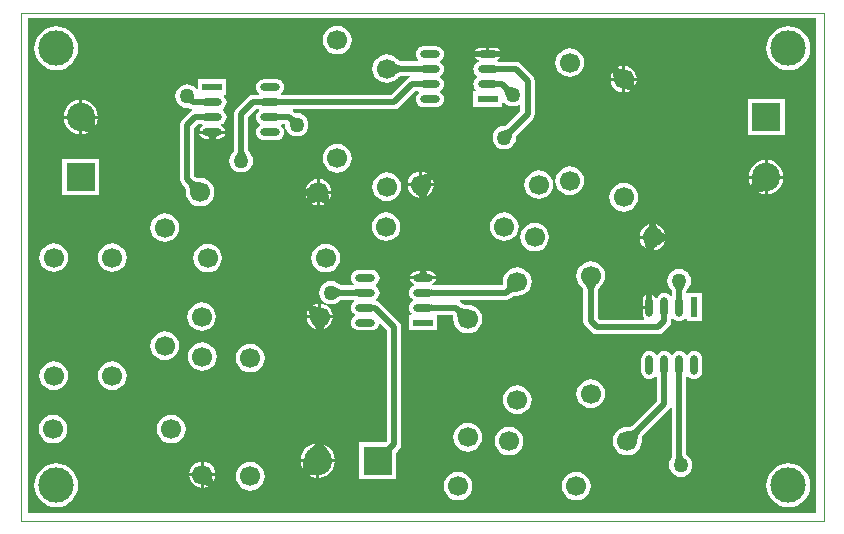
<source format=gtl>
G04 Layer_Physical_Order=1*
G04 Layer_Color=6759642*
%FSLAX44Y44*%
%MOMM*%
G71*
G01*
G75*
%ADD10R,0.6000X1.7000*%
%ADD11O,0.6000X1.7000*%
%ADD12R,1.7000X0.6000*%
%ADD13O,1.7000X0.6000*%
%ADD14C,0.5000*%
%ADD15C,0.1000*%
%ADD16C,1.7000*%
%ADD17R,2.4000X2.4000*%
%ADD18C,2.4000*%
%ADD19R,2.4000X2.4000*%
%ADD20C,3.0000*%
%ADD21C,1.2700*%
G36*
X643100Y-23650D02*
X-23650D01*
Y395450D01*
X643100D01*
Y-23650D01*
D02*
G37*
%LPC*%
G36*
X308041Y181388D02*
X305230D01*
X303068Y180959D01*
X301236Y179734D01*
X300012Y177902D01*
X299834Y177010D01*
X309460D01*
Y178705D01*
X305730D01*
X306205Y178755D01*
X306630Y178906D01*
X307005Y179157D01*
X307330Y179510D01*
X307605Y179962D01*
X307830Y180516D01*
X308005Y181170D01*
X308041Y181388D01*
D02*
G37*
G36*
X390370Y184503D02*
X387237Y184091D01*
X384318Y182882D01*
X381811Y180958D01*
X379888Y178452D01*
X378679Y175533D01*
X378266Y172400D01*
X378343Y171821D01*
X378327Y171741D01*
X378340Y171675D01*
X378330Y171609D01*
X378353Y170975D01*
X378331Y170519D01*
X378273Y170093D01*
X378180Y169689D01*
X378051Y169298D01*
X377990Y169158D01*
X320270D01*
X319177Y169200D01*
X319125Y169205D01*
X318431Y170525D01*
X318435Y170550D01*
X320224Y171746D01*
X321449Y173578D01*
X321626Y174470D01*
X310730D01*
X299834D01*
X300012Y173578D01*
X301236Y171746D01*
X303038Y170542D01*
X303078Y170349D01*
X303144Y169212D01*
X301952Y168718D01*
X300594Y167676D01*
X299552Y166318D01*
X298897Y164737D01*
X298674Y163040D01*
X298897Y161343D01*
X299552Y159762D01*
X300594Y158404D01*
X301952Y157362D01*
Y156018D01*
X300594Y154976D01*
X299552Y153618D01*
X298897Y152037D01*
X298674Y150340D01*
X298897Y148643D01*
X299552Y147062D01*
X300594Y145704D01*
X300978Y145410D01*
X300546Y144140D01*
X298730D01*
Y131140D01*
X322730D01*
Y144140D01*
X323966Y144222D01*
X335809D01*
X335959Y143845D01*
X336110Y143347D01*
X336233Y142793D01*
X336323Y142179D01*
X336377Y141505D01*
X336388Y140892D01*
X336357Y140650D01*
X336769Y137517D01*
X337978Y134598D01*
X339902Y132092D01*
X342408Y130168D01*
X345327Y128959D01*
X348460Y128546D01*
X351593Y128959D01*
X354512Y130168D01*
X357019Y132092D01*
X358942Y134598D01*
X360151Y137517D01*
X360564Y140650D01*
X360151Y143783D01*
X358942Y146702D01*
X357019Y149208D01*
X354512Y151132D01*
X351593Y152341D01*
X348460Y152753D01*
X348218Y152722D01*
X347606Y152733D01*
X346931Y152787D01*
X346318Y152877D01*
X345763Y153000D01*
X345265Y153151D01*
X344818Y153329D01*
X344415Y153531D01*
X344050Y153757D01*
X343864Y153897D01*
X343096Y154666D01*
X341619Y155653D01*
X342004Y156923D01*
X381010D01*
X383351Y157388D01*
X385336Y158714D01*
X385894Y159272D01*
X386111Y159444D01*
X386500Y159704D01*
X386884Y159914D01*
X387268Y160081D01*
X387659Y160210D01*
X388063Y160303D01*
X388489Y160361D01*
X388945Y160383D01*
X389579Y160359D01*
X389645Y160370D01*
X389711Y160357D01*
X389790Y160373D01*
X390370Y160296D01*
X393503Y160709D01*
X396422Y161918D01*
X398928Y163841D01*
X400852Y166348D01*
X402061Y169267D01*
X402473Y172400D01*
X402061Y175533D01*
X400852Y178452D01*
X398928Y180958D01*
X396422Y182882D01*
X393503Y184091D01*
X390370Y184503D01*
D02*
G37*
G36*
X267230Y182296D02*
X256230D01*
X254533Y182073D01*
X252952Y181418D01*
X251594Y180376D01*
X250552Y179018D01*
X249897Y177437D01*
X249674Y175740D01*
X249897Y174043D01*
X250552Y172462D01*
X251594Y171104D01*
X252389Y170495D01*
X251990Y169200D01*
X251243Y169158D01*
X241777D01*
X241776Y169158D01*
X241457Y169212D01*
X241176Y169281D01*
X240928Y169364D01*
X240707Y169459D01*
X240508Y169565D01*
X240323Y169686D01*
X240147Y169825D01*
X239978Y169983D01*
X239915Y170065D01*
X237857Y171644D01*
X235461Y172637D01*
X232890Y172975D01*
X230319Y172637D01*
X227922Y171644D01*
X225865Y170065D01*
X224286Y168008D01*
X223294Y165611D01*
X222955Y163040D01*
X223294Y160469D01*
X224286Y158073D01*
X225865Y156015D01*
X227922Y154436D01*
X230319Y153444D01*
X232890Y153105D01*
X235461Y153444D01*
X237857Y154436D01*
X239915Y156015D01*
X239978Y156097D01*
X240147Y156255D01*
X240323Y156394D01*
X240508Y156515D01*
X240707Y156621D01*
X240928Y156716D01*
X241176Y156799D01*
X241457Y156869D01*
X241776Y156922D01*
X241777Y156923D01*
X252045D01*
X252247Y156656D01*
X252461Y155641D01*
X251594Y154976D01*
X250552Y153618D01*
X249897Y152037D01*
X249674Y150340D01*
X249897Y148643D01*
X250552Y147062D01*
X251594Y145704D01*
X252952Y144662D01*
Y143318D01*
X251594Y142276D01*
X250552Y140918D01*
X249897Y139337D01*
X249674Y137640D01*
X249897Y135943D01*
X250552Y134362D01*
X251594Y133004D01*
X252952Y131962D01*
X254533Y131307D01*
X256230Y131084D01*
X267230D01*
X268927Y131307D01*
X270508Y131962D01*
X271866Y133004D01*
X272908Y134362D01*
X273563Y135943D01*
X273597Y136201D01*
X274799Y136609D01*
X280112Y131296D01*
Y37304D01*
X279481Y36673D01*
X279072Y36300D01*
X256760D01*
Y5300D01*
X287760D01*
Y27484D01*
X289112Y29000D01*
X290556Y30444D01*
X291882Y32429D01*
X292348Y34770D01*
Y133830D01*
X291882Y136171D01*
X290556Y138156D01*
X274046Y154666D01*
X272061Y155992D01*
X271147Y156174D01*
X271134Y156183D01*
X271102Y156189D01*
X271026Y156221D01*
X270872Y156560D01*
X270795Y156960D01*
X270831Y157610D01*
X271866Y158404D01*
X272908Y159762D01*
X273563Y161343D01*
X273786Y163040D01*
X273563Y164737D01*
X272908Y166318D01*
X271866Y167676D01*
X270508Y168718D01*
Y170062D01*
X271866Y171104D01*
X272908Y172462D01*
X273563Y174043D01*
X273786Y175740D01*
X273563Y177437D01*
X272908Y179018D01*
X271866Y180376D01*
X270508Y181418D01*
X268927Y182073D01*
X267230Y182296D01*
D02*
G37*
G36*
X316230Y181388D02*
X313419D01*
X313455Y181170D01*
X313630Y180516D01*
X313855Y179962D01*
X314130Y179510D01*
X314455Y179157D01*
X314830Y178906D01*
X315255Y178755D01*
X315730Y178705D01*
X312000D01*
Y177010D01*
X321626D01*
X321449Y177902D01*
X320224Y179734D01*
X318392Y180959D01*
X316230Y181388D01*
D02*
G37*
G36*
X-2060Y204823D02*
X-5193Y204411D01*
X-8112Y203202D01*
X-10618Y201278D01*
X-12542Y198772D01*
X-13751Y195853D01*
X-14164Y192720D01*
X-13751Y189587D01*
X-12542Y186668D01*
X-10618Y184161D01*
X-8112Y182238D01*
X-5193Y181029D01*
X-2060Y180616D01*
X1073Y181029D01*
X3992Y182238D01*
X6499Y184161D01*
X8422Y186668D01*
X9631Y189587D01*
X10043Y192720D01*
X9631Y195853D01*
X8422Y198772D01*
X6499Y201278D01*
X3992Y203202D01*
X1073Y204411D01*
X-2060Y204823D01*
D02*
G37*
G36*
X228280Y204354D02*
X225147Y203941D01*
X222228Y202732D01*
X219722Y200809D01*
X217798Y198302D01*
X216589Y195383D01*
X216176Y192250D01*
X216589Y189117D01*
X217798Y186198D01*
X219722Y183692D01*
X222228Y181768D01*
X225147Y180559D01*
X228280Y180147D01*
X231413Y180559D01*
X234332Y181768D01*
X236838Y183692D01*
X238762Y186198D01*
X239971Y189117D01*
X240383Y192250D01*
X239971Y195383D01*
X238762Y198302D01*
X236838Y200809D01*
X234332Y202732D01*
X231413Y203941D01*
X228280Y204354D01*
D02*
G37*
G36*
X128280D02*
X125147Y203941D01*
X122228Y202732D01*
X119721Y200809D01*
X117798Y198302D01*
X116589Y195383D01*
X116177Y192250D01*
X116589Y189117D01*
X117798Y186198D01*
X119721Y183692D01*
X122228Y181768D01*
X125147Y180559D01*
X128280Y180147D01*
X131413Y180559D01*
X134332Y181768D01*
X136839Y183692D01*
X138762Y186198D01*
X139971Y189117D01*
X140384Y192250D01*
X139971Y195383D01*
X138762Y198302D01*
X136839Y200809D01*
X134332Y202732D01*
X131413Y203941D01*
X128280Y204354D01*
D02*
G37*
G36*
X499616Y161193D02*
X498136Y160204D01*
X496912Y158372D01*
X496482Y156210D01*
Y151980D01*
X500860D01*
Y156985D01*
X499237D01*
X499312Y157214D01*
X499378Y157523D01*
X499437Y157910D01*
X499532Y158921D01*
X499614Y161029D01*
X499616Y161193D01*
D02*
G37*
G36*
X452600Y189583D02*
X449467Y189171D01*
X446548Y187962D01*
X444041Y186038D01*
X442118Y183532D01*
X440909Y180613D01*
X440496Y177480D01*
X440909Y174347D01*
X442118Y171428D01*
X444041Y168922D01*
X444235Y168773D01*
X444660Y168332D01*
X445099Y167817D01*
X445469Y167319D01*
X445774Y166840D01*
X446020Y166381D01*
X446210Y165939D01*
X446352Y165512D01*
X446450Y165094D01*
X446483Y164863D01*
Y138910D01*
X446948Y136569D01*
X448274Y134584D01*
X453354Y129504D01*
X455339Y128178D01*
X457680Y127712D01*
X509750D01*
X512091Y128178D01*
X514076Y129504D01*
X519156Y134584D01*
X520482Y136569D01*
X520947Y138910D01*
Y141025D01*
X522217Y141456D01*
X522894Y140574D01*
X524252Y139532D01*
X525833Y138877D01*
X527530Y138654D01*
X529227Y138877D01*
X530808Y139532D01*
X532166Y140574D01*
X532460Y140958D01*
X533730Y140527D01*
Y138710D01*
X546730D01*
Y162710D01*
X533730D01*
X533647Y163946D01*
Y164313D01*
X533648Y164314D01*
X533702Y164633D01*
X533771Y164914D01*
X533854Y165162D01*
X533949Y165383D01*
X534055Y165582D01*
X534176Y165767D01*
X534315Y165943D01*
X534473Y166112D01*
X534555Y166175D01*
X536134Y168232D01*
X537127Y170629D01*
X537465Y173200D01*
X537127Y175771D01*
X536134Y178167D01*
X534555Y180225D01*
X532497Y181804D01*
X530101Y182796D01*
X527530Y183135D01*
X524959Y182796D01*
X522562Y181804D01*
X520505Y180225D01*
X518926Y178167D01*
X517934Y175771D01*
X517595Y173200D01*
X517934Y170629D01*
X518926Y168232D01*
X520505Y166175D01*
X520587Y166112D01*
X520745Y165943D01*
X520884Y165767D01*
X521004Y165582D01*
X521111Y165383D01*
X521206Y165162D01*
X521289Y164914D01*
X521359Y164633D01*
X521412Y164314D01*
X521413Y164313D01*
Y160395D01*
X521146Y160194D01*
X520131Y159979D01*
X519466Y160846D01*
X518108Y161888D01*
X516527Y162543D01*
X514830Y162766D01*
X513133Y162543D01*
X511552Y161888D01*
X510194Y160846D01*
X509152Y159488D01*
X508658Y158296D01*
X507521Y158362D01*
X507328Y158402D01*
X506124Y160204D01*
X504675Y161173D01*
X504882Y157523D01*
X504948Y157214D01*
X505023Y156985D01*
X503400D01*
Y150710D01*
X502130D01*
Y149440D01*
X496482D01*
Y145210D01*
X496912Y143048D01*
X498136Y141216D01*
X497748Y139948D01*
X460214D01*
X458717Y141444D01*
Y164863D01*
X458750Y165094D01*
X458848Y165512D01*
X458990Y165939D01*
X459180Y166381D01*
X459426Y166840D01*
X459731Y167319D01*
X460101Y167817D01*
X460540Y168332D01*
X460965Y168773D01*
X461158Y168922D01*
X463082Y171428D01*
X464291Y174347D01*
X464703Y177480D01*
X464291Y180613D01*
X463082Y183532D01*
X461158Y186038D01*
X458652Y187962D01*
X455733Y189171D01*
X452600Y189583D01*
D02*
G37*
G36*
X234168Y141450D02*
X224470D01*
Y136650D01*
X229150D01*
X228494Y135970D01*
X227908Y135281D01*
X227390Y134586D01*
X226942Y133882D01*
X226562Y133170D01*
X226252Y132451D01*
X226091Y131968D01*
X228768Y133077D01*
X231074Y134846D01*
X232843Y137152D01*
X233956Y139838D01*
X234168Y141450D01*
D02*
G37*
G36*
X221930D02*
X212232D01*
X212444Y139838D01*
X213557Y137152D01*
X215326Y134846D01*
X217632Y133077D01*
X220308Y131968D01*
X220148Y132451D01*
X219837Y133170D01*
X219458Y133882D01*
X219009Y134586D01*
X218492Y135281D01*
X217906Y135970D01*
X217250Y136650D01*
X221930D01*
Y141450D01*
D02*
G37*
G36*
X213553Y148278D02*
X212444Y145602D01*
X212232Y143990D01*
X214664D01*
X214611Y144651D01*
X214485Y145509D01*
X214305Y146323D01*
X214070Y147095D01*
X213781Y147823D01*
X213553Y148278D01*
D02*
G37*
G36*
X221930Y153688D02*
X220318Y153476D01*
X217642Y152367D01*
X218097Y152139D01*
X218825Y151850D01*
X219597Y151615D01*
X220411Y151435D01*
X221269Y151309D01*
X221930Y151256D01*
Y153688D01*
D02*
G37*
G36*
X224470D02*
Y143990D01*
X234168D01*
X233956Y145602D01*
X232843Y148288D01*
X231074Y150594D01*
X228768Y152363D01*
X226082Y153476D01*
X224470Y153688D01*
D02*
G37*
G36*
X221930Y150035D02*
X215885Y143990D01*
X221930D01*
Y150035D01*
D02*
G37*
G36*
X220660Y239594D02*
X219999Y239541D01*
X219141Y239415D01*
X218327Y239235D01*
X217555Y239000D01*
X216827Y238711D01*
X216372Y238483D01*
X219048Y237374D01*
X220660Y237162D01*
Y239594D01*
D02*
G37*
G36*
X480540Y255954D02*
X477407Y255541D01*
X474488Y254332D01*
X471982Y252409D01*
X470058Y249902D01*
X468849Y246983D01*
X468437Y243850D01*
X468849Y240717D01*
X470058Y237798D01*
X471982Y235292D01*
X474488Y233368D01*
X477407Y232159D01*
X480540Y231747D01*
X483673Y232159D01*
X486592Y233368D01*
X489099Y235292D01*
X491022Y237798D01*
X492231Y240717D01*
X492644Y243850D01*
X492231Y246983D01*
X491022Y249902D01*
X489099Y252409D01*
X486592Y254332D01*
X483673Y255541D01*
X480540Y255954D01*
D02*
G37*
G36*
X508032Y220782D02*
X508192Y220299D01*
X508503Y219580D01*
X508882Y218868D01*
X509330Y218164D01*
X509848Y217468D01*
X510434Y216780D01*
X511090Y216100D01*
X506410D01*
Y211300D01*
X511210D01*
Y215980D01*
X511890Y215324D01*
X512579Y214738D01*
X513274Y214221D01*
X513978Y213772D01*
X514689Y213393D01*
X515409Y213082D01*
X515892Y212922D01*
X514783Y215598D01*
X513014Y217904D01*
X510708Y219673D01*
X508032Y220782D01*
D02*
G37*
G36*
X223200Y239594D02*
Y237162D01*
X224812Y237374D01*
X227488Y238483D01*
X227033Y238711D01*
X226305Y239000D01*
X225534Y239235D01*
X224719Y239415D01*
X223861Y239541D01*
X223200Y239594D01*
D02*
G37*
G36*
X229245Y246860D02*
X223200D01*
Y240815D01*
X229245Y246860D01*
D02*
G37*
G36*
X220660D02*
X215860D01*
Y245616D01*
X220660Y240815D01*
Y246860D01*
D02*
G37*
G36*
X279880Y264844D02*
X276747Y264431D01*
X273828Y263222D01*
X271322Y261299D01*
X269398Y258792D01*
X268189Y255873D01*
X267777Y252740D01*
X268189Y249607D01*
X269398Y246688D01*
X271322Y244181D01*
X273828Y242258D01*
X276747Y241049D01*
X279880Y240637D01*
X283013Y241049D01*
X285932Y242258D01*
X288438Y244181D01*
X290362Y246688D01*
X291571Y249607D01*
X291984Y252740D01*
X291571Y255873D01*
X290362Y258792D01*
X288438Y261299D01*
X285932Y263222D01*
X283013Y264431D01*
X279880Y264844D01*
D02*
G37*
G36*
X502248Y220782D02*
X499572Y219673D01*
X497266Y217904D01*
X495497Y215598D01*
X494384Y212912D01*
X494172Y211300D01*
X503870D01*
Y216100D01*
X499190D01*
X499846Y216780D01*
X500432Y217468D01*
X500950Y218164D01*
X501398Y218868D01*
X501777Y219580D01*
X502088Y220299D01*
X502248Y220782D01*
D02*
G37*
G36*
X511210Y208760D02*
X506410D01*
Y203058D01*
X508555Y202246D01*
X507809Y201878D01*
X507142Y201463D01*
X506553Y201001D01*
X506410Y200858D01*
Y199062D01*
X508022Y199274D01*
X510708Y200387D01*
X513014Y202156D01*
X514783Y204462D01*
X515892Y207139D01*
X515409Y206978D01*
X514689Y206667D01*
X513978Y206288D01*
X513274Y205840D01*
X512579Y205322D01*
X511890Y204736D01*
X511210Y204080D01*
Y208760D01*
D02*
G37*
G36*
X405140Y222134D02*
X402007Y221721D01*
X399088Y220512D01*
X396581Y218589D01*
X394658Y216082D01*
X393449Y213163D01*
X393036Y210030D01*
X393449Y206897D01*
X394658Y203978D01*
X396581Y201472D01*
X399088Y199548D01*
X402007Y198339D01*
X405140Y197927D01*
X408273Y198339D01*
X411192Y199548D01*
X413699Y201472D01*
X415622Y203978D01*
X416831Y206897D01*
X417243Y210030D01*
X416831Y213163D01*
X415622Y216082D01*
X413699Y218589D01*
X411192Y220512D01*
X408273Y221721D01*
X405140Y222134D01*
D02*
G37*
G36*
X47470Y204823D02*
X44337Y204411D01*
X41418Y203202D01*
X38911Y201278D01*
X36988Y198772D01*
X35779Y195853D01*
X35366Y192720D01*
X35779Y189587D01*
X36988Y186668D01*
X38911Y184161D01*
X41418Y182238D01*
X44337Y181029D01*
X47470Y180616D01*
X50603Y181029D01*
X53522Y182238D01*
X56028Y184161D01*
X57952Y186668D01*
X59161Y189587D01*
X59573Y192720D01*
X59161Y195853D01*
X57952Y198772D01*
X56028Y201278D01*
X53522Y203202D01*
X50603Y204411D01*
X47470Y204823D01*
D02*
G37*
G36*
X503870Y208760D02*
X494172D01*
X494384Y207148D01*
X495497Y204462D01*
X497266Y202156D01*
X499439Y200489D01*
X499432Y200539D01*
X499079Y202078D01*
X498837Y202894D01*
X498219Y204616D01*
X497426Y206460D01*
X503870Y204020D01*
Y208760D01*
D02*
G37*
G36*
X379410Y231024D02*
X376277Y230611D01*
X373358Y229402D01*
X370852Y227479D01*
X368928Y224972D01*
X367719Y222053D01*
X367307Y218920D01*
X367719Y215787D01*
X368928Y212868D01*
X370852Y210361D01*
X373358Y208438D01*
X376277Y207229D01*
X379410Y206817D01*
X382543Y207229D01*
X385462Y208438D01*
X387968Y210361D01*
X389892Y212868D01*
X391101Y215787D01*
X391513Y218920D01*
X391101Y222053D01*
X389892Y224972D01*
X387968Y227479D01*
X385462Y229402D01*
X382543Y230611D01*
X379410Y231024D01*
D02*
G37*
G36*
X279410D02*
X276277Y230611D01*
X273358Y229402D01*
X270851Y227479D01*
X268928Y224972D01*
X267719Y222053D01*
X267306Y218920D01*
X267719Y215787D01*
X268928Y212868D01*
X270851Y210361D01*
X273358Y208438D01*
X276277Y207229D01*
X279410Y206817D01*
X282543Y207229D01*
X285462Y208438D01*
X287969Y210361D01*
X289892Y212868D01*
X291101Y215787D01*
X291514Y218920D01*
X291101Y222053D01*
X289892Y224972D01*
X287969Y227479D01*
X285462Y229402D01*
X282543Y230611D01*
X279410Y231024D01*
D02*
G37*
G36*
X91920Y230224D02*
X88787Y229811D01*
X85868Y228602D01*
X83362Y226679D01*
X81438Y224172D01*
X80229Y221253D01*
X79816Y218120D01*
X80229Y214987D01*
X81438Y212068D01*
X83362Y209562D01*
X85868Y207638D01*
X88787Y206429D01*
X91920Y206017D01*
X95053Y206429D01*
X97972Y207638D01*
X100478Y209562D01*
X102402Y212068D01*
X103611Y214987D01*
X104024Y218120D01*
X103611Y221253D01*
X102402Y224172D01*
X100478Y226679D01*
X97972Y228602D01*
X95053Y229811D01*
X91920Y230224D01*
D02*
G37*
G36*
X235958Y19530D02*
X222730D01*
Y6302D01*
X225256Y6634D01*
X228793Y8099D01*
X231830Y10430D01*
X234161Y13467D01*
X235626Y17004D01*
X235958Y19530D01*
D02*
G37*
G36*
X220190Y8789D02*
X219738Y8784D01*
X216835Y8551D01*
X215534Y8335D01*
X214334Y8052D01*
X214281Y8036D01*
X217664Y6634D01*
X220190Y6302D01*
Y8789D01*
D02*
G37*
G36*
X134638Y7630D02*
X132206D01*
X132259Y6969D01*
X132385Y6111D01*
X132565Y5297D01*
X132800Y4525D01*
X133089Y3797D01*
X133317Y3342D01*
X134426Y6018D01*
X134638Y7630D01*
D02*
G37*
G36*
X220190Y19530D02*
X210611D01*
X220190Y9951D01*
Y19530D01*
D02*
G37*
G36*
X209424D02*
X206962D01*
X207294Y17004D01*
X208696Y13621D01*
X208712Y13674D01*
X208995Y14874D01*
X209211Y16175D01*
X209361Y17576D01*
X209424Y19530D01*
D02*
G37*
G36*
X124940Y19868D02*
Y10170D01*
X134638D01*
X134426Y11782D01*
X133313Y14468D01*
X131544Y16774D01*
X129238Y18543D01*
X126552Y19656D01*
X124940Y19868D01*
D02*
G37*
G36*
X122400D02*
X120788Y19656D01*
X118102Y18543D01*
X115796Y16774D01*
X114027Y14468D01*
X112914Y11782D01*
X112702Y10170D01*
X122400D01*
Y19868D01*
D02*
G37*
G36*
X130985Y7630D02*
X124940D01*
Y1585D01*
X130985Y7630D01*
D02*
G37*
G36*
X340370Y11314D02*
X337237Y10901D01*
X334318Y9692D01*
X331811Y7768D01*
X329888Y5262D01*
X328679Y2343D01*
X328266Y-790D01*
X328679Y-3923D01*
X329888Y-6842D01*
X331811Y-9348D01*
X334318Y-11272D01*
X337237Y-12481D01*
X340370Y-12894D01*
X343503Y-12481D01*
X346422Y-11272D01*
X348928Y-9348D01*
X350852Y-6842D01*
X352061Y-3923D01*
X352473Y-790D01*
X352061Y2343D01*
X350852Y5262D01*
X348928Y7768D01*
X346422Y9692D01*
X343503Y10901D01*
X340370Y11314D01*
D02*
G37*
G36*
X620000Y18590D02*
X616373Y18232D01*
X612886Y17175D01*
X609672Y15457D01*
X606855Y13145D01*
X604543Y10328D01*
X602826Y7114D01*
X601768Y3627D01*
X601410Y0D01*
X601768Y-3627D01*
X602826Y-7114D01*
X604543Y-10328D01*
X606855Y-13145D01*
X609672Y-15457D01*
X612886Y-17175D01*
X616373Y-18232D01*
X620000Y-18590D01*
X623627Y-18232D01*
X627114Y-17175D01*
X630328Y-15457D01*
X633145Y-13145D01*
X635457Y-10328D01*
X637174Y-7114D01*
X638232Y-3627D01*
X638590Y0D01*
X638232Y3627D01*
X637174Y7114D01*
X635457Y10328D01*
X633145Y13145D01*
X630328Y15457D01*
X627114Y17175D01*
X623627Y18232D01*
X620000Y18590D01*
D02*
G37*
G36*
X0D02*
X-3627Y18232D01*
X-7114Y17175D01*
X-10328Y15457D01*
X-13145Y13145D01*
X-15457Y10328D01*
X-17175Y7114D01*
X-18232Y3627D01*
X-18590Y0D01*
X-18232Y-3627D01*
X-17175Y-7114D01*
X-15457Y-10328D01*
X-13145Y-13145D01*
X-10328Y-15457D01*
X-7114Y-17175D01*
X-3627Y-18232D01*
X0Y-18590D01*
X3627Y-18232D01*
X7114Y-17175D01*
X10328Y-15457D01*
X13145Y-13145D01*
X15457Y-10328D01*
X17175Y-7114D01*
X18232Y-3627D01*
X18590Y0D01*
X18232Y3627D01*
X17175Y7114D01*
X15457Y10328D01*
X13145Y13145D01*
X10328Y15457D01*
X7114Y17175D01*
X3627Y18232D01*
X0Y18590D01*
D02*
G37*
G36*
X440370Y11314D02*
X437237Y10901D01*
X434318Y9692D01*
X431811Y7768D01*
X429888Y5262D01*
X428679Y2343D01*
X428266Y-790D01*
X428679Y-3923D01*
X429888Y-6842D01*
X431811Y-9348D01*
X434318Y-11272D01*
X437237Y-12481D01*
X440370Y-12894D01*
X443503Y-12481D01*
X446422Y-11272D01*
X448928Y-9348D01*
X450852Y-6842D01*
X452061Y-3923D01*
X452473Y-790D01*
X452061Y2343D01*
X450852Y5262D01*
X448928Y7768D01*
X446422Y9692D01*
X443503Y10901D01*
X440370Y11314D01*
D02*
G37*
G36*
X124940Y364D02*
Y-2068D01*
X126552Y-1856D01*
X129228Y-747D01*
X128773Y-519D01*
X128045Y-230D01*
X127274Y5D01*
X126459Y185D01*
X125601Y311D01*
X124940Y364D01*
D02*
G37*
G36*
X122400Y7630D02*
X112702D01*
X112914Y6018D01*
X114027Y3332D01*
X115796Y1026D01*
X118102Y-743D01*
X120788Y-1856D01*
X122400Y-2068D01*
Y7630D01*
D02*
G37*
G36*
X164310Y19734D02*
X161177Y19321D01*
X158258Y18112D01*
X155751Y16188D01*
X153828Y13682D01*
X152619Y10763D01*
X152206Y7630D01*
X152619Y4497D01*
X153828Y1578D01*
X155751Y-928D01*
X158258Y-2852D01*
X161177Y-4061D01*
X164310Y-4473D01*
X167443Y-4061D01*
X170362Y-2852D01*
X172868Y-928D01*
X174792Y1578D01*
X176001Y4497D01*
X176413Y7630D01*
X176001Y10763D01*
X174792Y13682D01*
X172868Y16188D01*
X170362Y18112D01*
X167443Y19321D01*
X164310Y19734D01*
D02*
G37*
G36*
Y119733D02*
X161177Y119321D01*
X158258Y118112D01*
X155751Y116188D01*
X153828Y113682D01*
X152619Y110763D01*
X152206Y107630D01*
X152619Y104497D01*
X153828Y101578D01*
X155751Y99072D01*
X158258Y97148D01*
X161177Y95939D01*
X164310Y95527D01*
X167443Y95939D01*
X170362Y97148D01*
X172868Y99072D01*
X174792Y101578D01*
X176001Y104497D01*
X176413Y107630D01*
X176001Y110763D01*
X174792Y113682D01*
X172868Y116188D01*
X170362Y118112D01*
X167443Y119321D01*
X164310Y119733D01*
D02*
G37*
G36*
X47470Y104824D02*
X44337Y104411D01*
X41418Y103202D01*
X38911Y101278D01*
X36988Y98772D01*
X35779Y95853D01*
X35366Y92720D01*
X35779Y89587D01*
X36988Y86668D01*
X38911Y84162D01*
X41418Y82238D01*
X44337Y81029D01*
X47470Y80617D01*
X50603Y81029D01*
X53522Y82238D01*
X56028Y84162D01*
X57952Y86668D01*
X59161Y89587D01*
X59573Y92720D01*
X59161Y95853D01*
X57952Y98772D01*
X56028Y101278D01*
X53522Y103202D01*
X50603Y104411D01*
X47470Y104824D01*
D02*
G37*
G36*
X-2060D02*
X-5193Y104411D01*
X-8112Y103202D01*
X-10618Y101278D01*
X-12542Y98772D01*
X-13751Y95853D01*
X-14164Y92720D01*
X-13751Y89587D01*
X-12542Y86668D01*
X-10618Y84162D01*
X-8112Y82238D01*
X-5193Y81029D01*
X-2060Y80617D01*
X1073Y81029D01*
X3992Y82238D01*
X6499Y84162D01*
X8422Y86668D01*
X9631Y89587D01*
X10043Y92720D01*
X9631Y95853D01*
X8422Y98772D01*
X6499Y101278D01*
X3992Y103202D01*
X1073Y104411D01*
X-2060Y104824D01*
D02*
G37*
G36*
X123670Y121004D02*
X120537Y120591D01*
X117618Y119382D01*
X115112Y117458D01*
X113188Y114952D01*
X111979Y112033D01*
X111566Y108900D01*
X111979Y105767D01*
X113188Y102848D01*
X115112Y100342D01*
X117618Y98418D01*
X120537Y97209D01*
X123670Y96797D01*
X126803Y97209D01*
X129722Y98418D01*
X132228Y100342D01*
X134152Y102848D01*
X135361Y105767D01*
X135773Y108900D01*
X135361Y112033D01*
X134152Y114952D01*
X132228Y117458D01*
X129722Y119382D01*
X126803Y120591D01*
X123670Y121004D01*
D02*
G37*
G36*
X123200Y154824D02*
X120067Y154411D01*
X117148Y153202D01*
X114642Y151278D01*
X112718Y148772D01*
X111509Y145853D01*
X111096Y142720D01*
X111509Y139587D01*
X112718Y136668D01*
X114642Y134162D01*
X117148Y132238D01*
X120067Y131029D01*
X123200Y130617D01*
X126333Y131029D01*
X129252Y132238D01*
X131758Y134162D01*
X133682Y136668D01*
X134891Y139587D01*
X135303Y142720D01*
X134891Y145853D01*
X133682Y148772D01*
X131758Y151278D01*
X129252Y153202D01*
X126333Y154411D01*
X123200Y154824D01*
D02*
G37*
G36*
X540230Y113766D02*
X538533Y113543D01*
X536952Y112888D01*
X535594Y111846D01*
X534552Y110488D01*
X533208D01*
X532166Y111846D01*
X530808Y112888D01*
X529227Y113543D01*
X527530Y113766D01*
X525833Y113543D01*
X524252Y112888D01*
X522894Y111846D01*
X521852Y110488D01*
X520508D01*
X519466Y111846D01*
X518108Y112888D01*
X516527Y113543D01*
X514830Y113766D01*
X513133Y113543D01*
X511552Y112888D01*
X510194Y111846D01*
X509152Y110488D01*
X507808D01*
X506766Y111846D01*
X505408Y112888D01*
X503827Y113543D01*
X502130Y113766D01*
X500433Y113543D01*
X498852Y112888D01*
X497494Y111846D01*
X496452Y110488D01*
X495797Y108907D01*
X495574Y107210D01*
Y96210D01*
X495797Y94513D01*
X496452Y92932D01*
X497494Y91574D01*
X498852Y90532D01*
X500433Y89877D01*
X502130Y89654D01*
X503827Y89877D01*
X505408Y90532D01*
X506766Y91574D01*
X507375Y92369D01*
X508670Y91970D01*
X508713Y91223D01*
Y71124D01*
X488146Y50557D01*
X487960Y50417D01*
X487595Y50191D01*
X487192Y49989D01*
X486745Y49811D01*
X486247Y49660D01*
X485693Y49537D01*
X485079Y49447D01*
X484405Y49393D01*
X483792Y49382D01*
X483550Y49413D01*
X480417Y49001D01*
X477498Y47792D01*
X474991Y45869D01*
X473068Y43362D01*
X471859Y40443D01*
X471446Y37310D01*
X471859Y34177D01*
X473068Y31258D01*
X474991Y28751D01*
X477498Y26828D01*
X480417Y25619D01*
X483550Y25206D01*
X486683Y25619D01*
X489602Y26828D01*
X492108Y28751D01*
X494032Y31258D01*
X495241Y34177D01*
X495653Y37310D01*
X495622Y37552D01*
X495633Y38165D01*
X495687Y38839D01*
X495777Y39452D01*
X495900Y40007D01*
X496051Y40505D01*
X496229Y40952D01*
X496431Y41355D01*
X496657Y41720D01*
X496797Y41906D01*
X519156Y64264D01*
X520143Y65741D01*
X521413Y65356D01*
Y24996D01*
X521369Y24652D01*
X521301Y24288D01*
X521218Y23948D01*
X521119Y23631D01*
X521006Y23335D01*
X520879Y23057D01*
X520737Y22794D01*
X520516Y22442D01*
X520464Y22307D01*
X520196Y21957D01*
X519204Y19561D01*
X518865Y16990D01*
X519204Y14419D01*
X520196Y12023D01*
X521775Y9965D01*
X523833Y8386D01*
X526229Y7394D01*
X528800Y7055D01*
X531371Y7394D01*
X533768Y8386D01*
X535825Y9965D01*
X537404Y12023D01*
X538396Y14419D01*
X538735Y16990D01*
X538396Y19561D01*
X537404Y21957D01*
X535825Y24015D01*
X534531Y25008D01*
X534342Y25212D01*
X534079Y25403D01*
X533997Y25477D01*
X533933Y25550D01*
X533874Y25634D01*
X533816Y25742D01*
X533757Y25888D01*
X533699Y26084D01*
X533649Y26337D01*
X533647Y26350D01*
Y92025D01*
X533914Y92227D01*
X534929Y92441D01*
X535594Y91574D01*
X536952Y90532D01*
X538533Y89877D01*
X540230Y89654D01*
X541927Y89877D01*
X543508Y90532D01*
X544866Y91574D01*
X545908Y92932D01*
X546563Y94513D01*
X546786Y96210D01*
Y107210D01*
X546563Y108907D01*
X545908Y110488D01*
X544866Y111846D01*
X543508Y112888D01*
X541927Y113543D01*
X540230Y113766D01*
D02*
G37*
G36*
X91920Y130224D02*
X88787Y129811D01*
X85868Y128602D01*
X83362Y126678D01*
X81438Y124172D01*
X80229Y121253D01*
X79816Y118120D01*
X80229Y114987D01*
X81438Y112068D01*
X83362Y109562D01*
X85868Y107638D01*
X88787Y106429D01*
X91920Y106017D01*
X95053Y106429D01*
X97972Y107638D01*
X100478Y109562D01*
X102402Y112068D01*
X103611Y114987D01*
X104024Y118120D01*
X103611Y121253D01*
X102402Y124172D01*
X100478Y126678D01*
X97972Y128602D01*
X95053Y129811D01*
X91920Y130224D01*
D02*
G37*
G36*
X452600Y89584D02*
X449467Y89171D01*
X446548Y87962D01*
X444041Y86039D01*
X442118Y83532D01*
X440909Y80613D01*
X440496Y77480D01*
X440909Y74347D01*
X442118Y71428D01*
X444041Y68921D01*
X446548Y66998D01*
X449467Y65789D01*
X452600Y65377D01*
X455733Y65789D01*
X458652Y66998D01*
X461158Y68921D01*
X463082Y71428D01*
X464291Y74347D01*
X464703Y77480D01*
X464291Y80613D01*
X463082Y83532D01*
X461158Y86039D01*
X458652Y87962D01*
X455733Y89171D01*
X452600Y89584D01*
D02*
G37*
G36*
X227104Y34200D02*
X227613Y33203D01*
X229101Y30745D01*
X230004Y29431D01*
X231014Y28061D01*
X222730Y29275D01*
Y22070D01*
X235958D01*
X235626Y24596D01*
X234161Y28133D01*
X231830Y31170D01*
X228793Y33501D01*
X227104Y34200D01*
D02*
G37*
G36*
X383550Y49413D02*
X380417Y49001D01*
X377498Y47792D01*
X374991Y45869D01*
X373068Y43362D01*
X371859Y40443D01*
X371446Y37310D01*
X371859Y34177D01*
X373068Y31258D01*
X374991Y28751D01*
X377498Y26828D01*
X380417Y25619D01*
X383550Y25206D01*
X386683Y25619D01*
X389602Y26828D01*
X392108Y28751D01*
X394032Y31258D01*
X395241Y34177D01*
X395653Y37310D01*
X395241Y40443D01*
X394032Y43362D01*
X392108Y45869D01*
X389602Y47792D01*
X386683Y49001D01*
X383550Y49413D01*
D02*
G37*
G36*
X219116Y35157D02*
X217664Y34966D01*
X214127Y33501D01*
X211090Y31170D01*
X208759Y28133D01*
X207294Y24596D01*
X206962Y22070D01*
X220190D01*
Y29647D01*
X214391Y30497D01*
X215590Y31420D01*
X216663Y32348D01*
X217609Y33282D01*
X218429Y34221D01*
X219116Y35157D01*
D02*
G37*
G36*
X348460Y52754D02*
X345327Y52341D01*
X342408Y51132D01*
X339902Y49208D01*
X337978Y46702D01*
X336769Y43783D01*
X336357Y40650D01*
X336769Y37517D01*
X337978Y34598D01*
X339902Y32092D01*
X342408Y30168D01*
X345327Y28959D01*
X348460Y28547D01*
X351593Y28959D01*
X354512Y30168D01*
X357019Y32092D01*
X358942Y34598D01*
X360151Y37517D01*
X360564Y40650D01*
X360151Y43783D01*
X358942Y46702D01*
X357019Y49208D01*
X354512Y51132D01*
X351593Y52341D01*
X348460Y52754D01*
D02*
G37*
G36*
X390370Y84503D02*
X387237Y84091D01*
X384318Y82882D01*
X381811Y80958D01*
X379888Y78452D01*
X378679Y75533D01*
X378266Y72400D01*
X378679Y69267D01*
X379888Y66348D01*
X381811Y63842D01*
X384318Y61918D01*
X387237Y60709D01*
X390370Y60297D01*
X393503Y60709D01*
X396422Y61918D01*
X398928Y63842D01*
X400852Y66348D01*
X402061Y69267D01*
X402473Y72400D01*
X402061Y75533D01*
X400852Y78452D01*
X398928Y80958D01*
X396422Y82882D01*
X393503Y84091D01*
X390370Y84503D01*
D02*
G37*
G36*
X97470Y59573D02*
X94337Y59161D01*
X91418Y57952D01*
X88912Y56028D01*
X86988Y53522D01*
X85779Y50603D01*
X85366Y47470D01*
X85779Y44337D01*
X86988Y41418D01*
X88912Y38911D01*
X91418Y36988D01*
X94337Y35779D01*
X97470Y35366D01*
X100603Y35779D01*
X103522Y36988D01*
X106028Y38911D01*
X107952Y41418D01*
X109161Y44337D01*
X109573Y47470D01*
X109161Y50603D01*
X107952Y53522D01*
X106028Y56028D01*
X103522Y57952D01*
X100603Y59161D01*
X97470Y59573D01*
D02*
G37*
G36*
X-2530D02*
X-5663Y59161D01*
X-8582Y57952D01*
X-11089Y56028D01*
X-13012Y53522D01*
X-14221Y50603D01*
X-14634Y47470D01*
X-14221Y44337D01*
X-13012Y41418D01*
X-11089Y38911D01*
X-8582Y36988D01*
X-5663Y35779D01*
X-2530Y35366D01*
X603Y35779D01*
X3522Y36988D01*
X6029Y38911D01*
X7952Y41418D01*
X9161Y44337D01*
X9574Y47470D01*
X9161Y50603D01*
X7952Y53522D01*
X6029Y56028D01*
X3522Y57952D01*
X603Y59161D01*
X-2530Y59573D01*
D02*
G37*
G36*
X479270Y342580D02*
X469572D01*
X469784Y340968D01*
X470897Y338282D01*
X472666Y335976D01*
X474972Y334207D01*
X477658Y333094D01*
X479270Y332882D01*
Y342580D01*
D02*
G37*
G36*
X22070Y326128D02*
Y312900D01*
X35298D01*
X34966Y315426D01*
X33501Y318963D01*
X31170Y322000D01*
X28133Y324331D01*
X24596Y325796D01*
X22070Y326128D01*
D02*
G37*
G36*
X19530D02*
X17004Y325796D01*
X13467Y324331D01*
X10430Y322000D01*
X8099Y318963D01*
X6634Y315426D01*
X6302Y312900D01*
X19530D01*
Y326128D01*
D02*
G37*
G36*
X487855Y342580D02*
X481810D01*
Y336535D01*
X487855Y342580D01*
D02*
G37*
G36*
X144190Y343530D02*
X120190D01*
Y335661D01*
X118920Y335230D01*
X117995Y336435D01*
X115938Y338014D01*
X113541Y339007D01*
X110970Y339345D01*
X108399Y339007D01*
X106003Y338014D01*
X103945Y336435D01*
X102366Y334378D01*
X101374Y331981D01*
X101035Y329410D01*
X101374Y326839D01*
X102366Y324442D01*
X103945Y322385D01*
X106003Y320806D01*
X108399Y319814D01*
X110970Y319475D01*
X112262Y319645D01*
X113709Y318678D01*
X114670Y318487D01*
X114828Y317873D01*
X114804Y317165D01*
X112994Y315956D01*
X106644Y309606D01*
X105318Y307621D01*
X104853Y305280D01*
Y259090D01*
X105318Y256749D01*
X106644Y254764D01*
X108683Y252726D01*
X108823Y252540D01*
X109050Y252175D01*
X109251Y251772D01*
X109429Y251325D01*
X109580Y250827D01*
X109703Y250273D01*
X109793Y249659D01*
X109847Y248985D01*
X109858Y248372D01*
X109826Y248130D01*
X110239Y244997D01*
X111448Y242078D01*
X113371Y239571D01*
X115878Y237648D01*
X118797Y236439D01*
X121930Y236026D01*
X125063Y236439D01*
X127982Y237648D01*
X130489Y239571D01*
X132412Y242078D01*
X133621Y244997D01*
X134033Y248130D01*
X133621Y251263D01*
X132412Y254182D01*
X130489Y256688D01*
X127982Y258612D01*
X125063Y259821D01*
X121930Y260233D01*
X121688Y260202D01*
X121075Y260213D01*
X120401Y260267D01*
X119788Y260357D01*
X119233Y260480D01*
X118735Y260631D01*
X118288Y260809D01*
X117885Y261011D01*
X117520Y261237D01*
X117334Y261378D01*
X117087Y261624D01*
Y302746D01*
X119854Y305513D01*
X122650D01*
X123743Y305470D01*
X123795Y305465D01*
X124489Y304146D01*
X124486Y304120D01*
X122696Y302924D01*
X121472Y301092D01*
X121294Y300200D01*
X132190D01*
X143086D01*
X142909Y301092D01*
X141684Y302924D01*
X139882Y304128D01*
X139842Y304321D01*
X139776Y305459D01*
X140968Y305952D01*
X142326Y306994D01*
X143368Y308352D01*
X144023Y309933D01*
X144246Y311630D01*
X144023Y313327D01*
X143368Y314908D01*
X142326Y316266D01*
X140968Y317308D01*
Y318652D01*
X142326Y319694D01*
X143368Y321052D01*
X144023Y322633D01*
X144246Y324330D01*
X144023Y326027D01*
X143368Y327608D01*
X142326Y328966D01*
X141943Y329260D01*
X142374Y330530D01*
X144190D01*
Y343530D01*
D02*
G37*
G36*
X481810Y335314D02*
Y332882D01*
X483422Y333094D01*
X486098Y334203D01*
X485643Y334431D01*
X484915Y334720D01*
X484143Y334955D01*
X483329Y335135D01*
X482471Y335261D01*
X481810Y335314D01*
D02*
G37*
G36*
X35298Y310360D02*
X32811D01*
X32816Y309908D01*
X33049Y307005D01*
X33265Y305704D01*
X33548Y304504D01*
X33564Y304451D01*
X34966Y307834D01*
X35298Y310360D01*
D02*
G37*
G36*
X616690Y327130D02*
X585690D01*
Y296130D01*
X616690D01*
Y327130D01*
D02*
G37*
G36*
X143086Y297660D02*
X133460D01*
Y295965D01*
X137190D01*
X136715Y295915D01*
X136290Y295764D01*
X135915Y295513D01*
X135590Y295161D01*
X135315Y294708D01*
X135090Y294154D01*
X134915Y293500D01*
X134879Y293281D01*
X137690D01*
X139852Y293711D01*
X141684Y294936D01*
X142909Y296768D01*
X143086Y297660D01*
D02*
G37*
G36*
X130920D02*
X121294D01*
X121472Y296768D01*
X122696Y294936D01*
X124528Y293711D01*
X126690Y293281D01*
X129501D01*
X129465Y293500D01*
X129290Y294154D01*
X129065Y294708D01*
X128790Y295161D01*
X128465Y295513D01*
X128090Y295764D01*
X127665Y295915D01*
X127190Y295965D01*
X130920D01*
Y297660D01*
D02*
G37*
G36*
X31649Y310360D02*
X22070D01*
Y300781D01*
X31649Y310360D01*
D02*
G37*
G36*
X22070Y299594D02*
Y297132D01*
X24596Y297464D01*
X27979Y298866D01*
X27926Y298882D01*
X26726Y299165D01*
X25425Y299381D01*
X24024Y299531D01*
X22070Y299594D01*
D02*
G37*
G36*
X19530Y310360D02*
X6302D01*
X6634Y307834D01*
X8099Y304297D01*
X10430Y301260D01*
X13467Y298929D01*
X17004Y297464D01*
X19530Y297132D01*
Y310360D01*
D02*
G37*
G36*
X371615Y363700D02*
X365340D01*
X359065D01*
Y362077D01*
X358836Y362152D01*
X358527Y362218D01*
X358140Y362277D01*
X357129Y362372D01*
X355020Y362454D01*
X354857Y362456D01*
X355846Y360976D01*
X357648Y359772D01*
X357688Y359579D01*
X357754Y358442D01*
X356562Y357948D01*
X355204Y356906D01*
X354162Y355548D01*
X353507Y353967D01*
X353284Y352270D01*
X353507Y350573D01*
X354162Y348992D01*
X355204Y347634D01*
X356562Y346592D01*
Y345248D01*
X355204Y344206D01*
X354162Y342848D01*
X353507Y341267D01*
X353284Y339570D01*
X353507Y337873D01*
X354162Y336292D01*
X355204Y334934D01*
X355588Y334640D01*
X355156Y333370D01*
X353340D01*
Y320370D01*
X377340D01*
Y324429D01*
X378610Y324860D01*
X379535Y323655D01*
X381592Y322076D01*
X383989Y321084D01*
X386560Y320745D01*
X389131Y321084D01*
X391527Y322076D01*
X392003Y322441D01*
X393143Y321880D01*
Y316704D01*
X381368Y304930D01*
X381368Y304929D01*
X381104Y304742D01*
X380856Y304592D01*
X380621Y304475D01*
X380399Y304386D01*
X380182Y304321D01*
X379966Y304275D01*
X379744Y304249D01*
X379513Y304241D01*
X379410Y304255D01*
X376839Y303916D01*
X374442Y302924D01*
X372385Y301345D01*
X370806Y299287D01*
X369814Y296891D01*
X369475Y294320D01*
X369814Y291749D01*
X370806Y289352D01*
X372385Y287295D01*
X374442Y285716D01*
X376839Y284724D01*
X379410Y284385D01*
X381981Y284724D01*
X384378Y285716D01*
X386435Y287295D01*
X388014Y289352D01*
X389007Y291749D01*
X389345Y294320D01*
X389331Y294423D01*
X389339Y294654D01*
X389365Y294876D01*
X389411Y295092D01*
X389476Y295309D01*
X389565Y295532D01*
X389682Y295766D01*
X389832Y296014D01*
X390019Y296278D01*
X390020Y296278D01*
X403586Y309844D01*
X404912Y311829D01*
X405378Y314170D01*
Y342110D01*
X404912Y344451D01*
X403586Y346436D01*
X393426Y356596D01*
X391441Y357922D01*
X389100Y358387D01*
X374880D01*
X373787Y358430D01*
X373735Y358435D01*
X373041Y359754D01*
X373045Y359780D01*
X374834Y360976D01*
X375803Y362425D01*
X372153Y362218D01*
X371844Y362152D01*
X371615Y362077D01*
Y363700D01*
D02*
G37*
G36*
X321840Y371526D02*
X310840D01*
X309143Y371303D01*
X307562Y370648D01*
X306204Y369606D01*
X305162Y368248D01*
X304507Y366667D01*
X304284Y364970D01*
X304507Y363273D01*
X305162Y361692D01*
X306204Y360334D01*
X306474Y360127D01*
X306042Y358857D01*
X292497D01*
X292266Y358890D01*
X291848Y358988D01*
X291421Y359130D01*
X290979Y359320D01*
X290520Y359566D01*
X290041Y359871D01*
X289543Y360241D01*
X289028Y360680D01*
X288587Y361105D01*
X288438Y361298D01*
X285932Y363222D01*
X283013Y364431D01*
X279880Y364843D01*
X276747Y364431D01*
X273828Y363222D01*
X271322Y361298D01*
X269398Y358792D01*
X268189Y355873D01*
X267777Y352740D01*
X268189Y349607D01*
X269398Y346688D01*
X271322Y344182D01*
X273828Y342258D01*
X276747Y341049D01*
X279880Y340636D01*
X283013Y341049D01*
X285932Y342258D01*
X288438Y344182D01*
X288587Y344375D01*
X289028Y344800D01*
X289543Y345239D01*
X290041Y345609D01*
X290520Y345914D01*
X290979Y346160D01*
X291421Y346350D01*
X291848Y346492D01*
X292266Y346590D01*
X292497Y346623D01*
X299660D01*
X299785Y345353D01*
X299129Y345222D01*
X297144Y343896D01*
X283696Y330448D01*
X190875D01*
X190673Y330714D01*
X190459Y331729D01*
X191326Y332394D01*
X192368Y333752D01*
X193023Y335333D01*
X193246Y337030D01*
X193023Y338727D01*
X192368Y340308D01*
X191326Y341666D01*
X189968Y342708D01*
X188387Y343363D01*
X186690Y343586D01*
X175690D01*
X173993Y343363D01*
X172412Y342708D01*
X171054Y341666D01*
X170012Y340308D01*
X169357Y338727D01*
X169134Y337030D01*
X169357Y335333D01*
X170012Y333752D01*
X171054Y332394D01*
X171849Y331785D01*
X171450Y330490D01*
X170703Y330448D01*
X166850D01*
X164509Y329982D01*
X162524Y328656D01*
X152364Y318496D01*
X151038Y316511D01*
X150573Y314170D01*
Y283687D01*
X150572Y283686D01*
X150519Y283367D01*
X150449Y283086D01*
X150366Y282838D01*
X150271Y282617D01*
X150165Y282418D01*
X150044Y282233D01*
X149905Y282057D01*
X149747Y281888D01*
X149665Y281825D01*
X148086Y279767D01*
X147094Y277371D01*
X146755Y274800D01*
X147094Y272229D01*
X148086Y269832D01*
X149665Y267775D01*
X151722Y266196D01*
X154119Y265204D01*
X156690Y264865D01*
X159261Y265204D01*
X161658Y266196D01*
X163715Y267775D01*
X165294Y269832D01*
X166287Y272229D01*
X166625Y274800D01*
X166287Y277371D01*
X165294Y279767D01*
X163715Y281825D01*
X163633Y281888D01*
X163475Y282057D01*
X163336Y282233D01*
X163216Y282418D01*
X163109Y282617D01*
X163014Y282838D01*
X162931Y283086D01*
X162861Y283367D01*
X162808Y283686D01*
X162808Y283687D01*
Y311636D01*
X169384Y318213D01*
X171505D01*
X171707Y317946D01*
X171921Y316931D01*
X171054Y316266D01*
X170012Y314908D01*
X169357Y313327D01*
X169134Y311630D01*
X169357Y309933D01*
X170012Y308352D01*
X171054Y306994D01*
X172412Y305952D01*
Y304608D01*
X171054Y303566D01*
X170012Y302208D01*
X169357Y300627D01*
X169134Y298930D01*
X169357Y297233D01*
X170012Y295652D01*
X171054Y294294D01*
X172412Y293252D01*
X173993Y292597D01*
X175690Y292374D01*
X186690D01*
X188387Y292597D01*
X189968Y293252D01*
X191326Y294294D01*
X192368Y295652D01*
X193023Y297233D01*
X193246Y298930D01*
X193023Y300627D01*
X192368Y302208D01*
X191326Y303566D01*
X190531Y304175D01*
X190930Y305470D01*
X191677Y305513D01*
X193541D01*
X193745Y305280D01*
X194084Y302709D01*
X195076Y300312D01*
X196655Y298255D01*
X198713Y296676D01*
X201109Y295684D01*
X203680Y295345D01*
X206251Y295684D01*
X208647Y296676D01*
X210705Y298255D01*
X212284Y300312D01*
X213277Y302709D01*
X213615Y305280D01*
X213277Y307851D01*
X212284Y310247D01*
X210705Y312305D01*
X208647Y313884D01*
X206251Y314876D01*
X203680Y315215D01*
X202568Y315069D01*
X202388Y315224D01*
X201656Y315956D01*
X200179Y316943D01*
X200564Y318213D01*
X286230D01*
X288571Y318678D01*
X290556Y320004D01*
X304004Y333452D01*
X306655D01*
X306857Y333186D01*
X307071Y332171D01*
X306204Y331506D01*
X305162Y330148D01*
X304507Y328567D01*
X304284Y326870D01*
X304507Y325173D01*
X305162Y323592D01*
X306204Y322234D01*
X307562Y321192D01*
X309143Y320537D01*
X310840Y320314D01*
X321840D01*
X323537Y320537D01*
X325118Y321192D01*
X326476Y322234D01*
X327518Y323592D01*
X328173Y325173D01*
X328396Y326870D01*
X328173Y328567D01*
X327518Y330148D01*
X326476Y331506D01*
X325118Y332548D01*
Y333892D01*
X326476Y334934D01*
X327518Y336292D01*
X328173Y337873D01*
X328396Y339570D01*
X328173Y341267D01*
X327518Y342848D01*
X326476Y344206D01*
X325118Y345248D01*
Y346592D01*
X326476Y347634D01*
X327518Y348992D01*
X328173Y350573D01*
X328396Y352270D01*
X328173Y353967D01*
X327518Y355548D01*
X326476Y356906D01*
X325118Y357948D01*
Y359292D01*
X326476Y360334D01*
X327518Y361692D01*
X328173Y363273D01*
X328396Y364970D01*
X328173Y366667D01*
X327518Y368248D01*
X326476Y369606D01*
X325118Y370648D01*
X323537Y371303D01*
X321840Y371526D01*
D02*
G37*
G36*
X479270Y354818D02*
X477658Y354606D01*
X474982Y353497D01*
X475437Y353269D01*
X476165Y352980D01*
X476937Y352745D01*
X477751Y352565D01*
X478609Y352439D01*
X479270Y352386D01*
Y354818D01*
D02*
G37*
G36*
X370840Y370619D02*
X366610D01*
Y366240D01*
X371615D01*
Y367863D01*
X371844Y367788D01*
X372153Y367722D01*
X372540Y367663D01*
X373551Y367568D01*
X375659Y367486D01*
X375823Y367484D01*
X374834Y368964D01*
X373002Y370189D01*
X370840Y370619D01*
D02*
G37*
G36*
X364070D02*
X359840D01*
X357678Y370189D01*
X355846Y368964D01*
X354877Y367515D01*
X358527Y367722D01*
X358836Y367788D01*
X359065Y367863D01*
Y366240D01*
X364070D01*
Y370619D01*
D02*
G37*
G36*
X237970Y388974D02*
X234837Y388561D01*
X231918Y387352D01*
X229412Y385429D01*
X227488Y382922D01*
X226279Y380003D01*
X225867Y376870D01*
X226279Y373737D01*
X227488Y370818D01*
X229412Y368312D01*
X231918Y366388D01*
X234837Y365179D01*
X237970Y364767D01*
X241103Y365179D01*
X244022Y366388D01*
X246528Y368312D01*
X248452Y370818D01*
X249661Y373737D01*
X250074Y376870D01*
X249661Y380003D01*
X248452Y382922D01*
X246528Y385429D01*
X244022Y387352D01*
X241103Y388561D01*
X237970Y388974D01*
D02*
G37*
G36*
X620000Y388590D02*
X616373Y388232D01*
X612886Y387174D01*
X609672Y385457D01*
X606855Y383145D01*
X604543Y380328D01*
X602826Y377114D01*
X601768Y373627D01*
X601410Y370000D01*
X601768Y366373D01*
X602826Y362886D01*
X604543Y359672D01*
X606855Y356855D01*
X609672Y354543D01*
X612886Y352826D01*
X616373Y351768D01*
X620000Y351410D01*
X623627Y351768D01*
X627114Y352826D01*
X630328Y354543D01*
X633145Y356855D01*
X635457Y359672D01*
X637174Y362886D01*
X638232Y366373D01*
X638590Y370000D01*
X638232Y373627D01*
X637174Y377114D01*
X635457Y380328D01*
X633145Y383145D01*
X630328Y385457D01*
X627114Y387174D01*
X623627Y388232D01*
X620000Y388590D01*
D02*
G37*
G36*
X479270Y351165D02*
X473225Y345120D01*
X479270D01*
Y351165D01*
D02*
G37*
G36*
X470893Y349408D02*
X469784Y346732D01*
X469572Y345120D01*
X472004D01*
X471951Y345781D01*
X471825Y346639D01*
X471645Y347453D01*
X471410Y348225D01*
X471121Y348953D01*
X470893Y349408D01*
D02*
G37*
G36*
X491508Y342580D02*
X489076D01*
X489129Y341919D01*
X489255Y341061D01*
X489435Y340247D01*
X489670Y339475D01*
X489959Y338747D01*
X490187Y338292D01*
X491296Y340968D01*
X491508Y342580D01*
D02*
G37*
G36*
X0Y388590D02*
X-3627Y388232D01*
X-7114Y387174D01*
X-10328Y385457D01*
X-13145Y383145D01*
X-15457Y380328D01*
X-17175Y377114D01*
X-18232Y373627D01*
X-18590Y370000D01*
X-18232Y366373D01*
X-17175Y362886D01*
X-15457Y359672D01*
X-13145Y356855D01*
X-10328Y354543D01*
X-7114Y352826D01*
X-3627Y351768D01*
X0Y351410D01*
X3627Y351768D01*
X7114Y352826D01*
X10328Y354543D01*
X13145Y356855D01*
X15457Y359672D01*
X17175Y362886D01*
X18232Y366373D01*
X18590Y370000D01*
X18232Y373627D01*
X17175Y377114D01*
X15457Y380328D01*
X13145Y383145D01*
X10328Y385457D01*
X7114Y387174D01*
X3627Y388232D01*
X0Y388590D01*
D02*
G37*
G36*
X434820Y369924D02*
X431687Y369511D01*
X428768Y368302D01*
X426261Y366379D01*
X424338Y363872D01*
X423129Y360953D01*
X422716Y357820D01*
X423129Y354687D01*
X424338Y351768D01*
X426261Y349262D01*
X428768Y347338D01*
X431687Y346129D01*
X434820Y345717D01*
X437953Y346129D01*
X440872Y347338D01*
X443378Y349262D01*
X445302Y351768D01*
X446511Y354687D01*
X446923Y357820D01*
X446511Y360953D01*
X445302Y363872D01*
X443378Y366379D01*
X440872Y368302D01*
X437953Y369511D01*
X434820Y369924D01*
D02*
G37*
G36*
X481810Y354818D02*
Y345120D01*
X491508D01*
X491296Y346732D01*
X490183Y349418D01*
X488414Y351724D01*
X486108Y353493D01*
X483422Y354606D01*
X481810Y354818D01*
D02*
G37*
G36*
X223200Y259098D02*
Y249400D01*
X232898D01*
X232686Y251012D01*
X231573Y253698D01*
X229804Y256004D01*
X227498Y257773D01*
X224812Y258886D01*
X223200Y259098D01*
D02*
G37*
G36*
X599920Y259560D02*
X590341D01*
X599920Y249981D01*
Y259560D01*
D02*
G37*
G36*
X220660Y259098D02*
X219048Y258886D01*
X216362Y257773D01*
X214056Y256004D01*
X212287Y253698D01*
X211178Y251021D01*
X211661Y251182D01*
X212381Y251493D01*
X213092Y251872D01*
X213796Y252320D01*
X214492Y252838D01*
X215180Y253424D01*
X215860Y254080D01*
Y249400D01*
X220660D01*
Y259098D01*
D02*
G37*
G36*
X237970Y288974D02*
X234837Y288561D01*
X231918Y287352D01*
X229412Y285429D01*
X227488Y282922D01*
X226279Y280003D01*
X225867Y276870D01*
X226279Y273737D01*
X227488Y270818D01*
X229412Y268312D01*
X231918Y266388D01*
X234837Y265179D01*
X237970Y264767D01*
X241103Y265179D01*
X244022Y266388D01*
X246528Y268312D01*
X248452Y270818D01*
X249661Y273737D01*
X250074Y276870D01*
X249661Y280003D01*
X248452Y282922D01*
X246528Y285429D01*
X244022Y287352D01*
X241103Y288561D01*
X237970Y288974D01*
D02*
G37*
G36*
X309890Y265448D02*
Y263016D01*
X310551Y263069D01*
X311409Y263195D01*
X312223Y263375D01*
X312995Y263610D01*
X313723Y263899D01*
X314178Y264127D01*
X311502Y265236D01*
X309890Y265448D01*
D02*
G37*
G36*
X602460Y275328D02*
Y262100D01*
X615688D01*
X615356Y264626D01*
X613891Y268163D01*
X611560Y271200D01*
X608523Y273531D01*
X604986Y274996D01*
X602460Y275328D01*
D02*
G37*
G36*
X309890Y261795D02*
Y255750D01*
X315935D01*
X309890Y261795D01*
D02*
G37*
G36*
X318267Y260038D02*
X318039Y259583D01*
X317750Y258855D01*
X317515Y258083D01*
X317335Y257269D01*
X317209Y256411D01*
X317156Y255750D01*
X319588D01*
X319376Y257362D01*
X318267Y260038D01*
D02*
G37*
G36*
X307350Y265448D02*
X305738Y265236D01*
X303052Y264123D01*
X300746Y262354D01*
X298977Y260048D01*
X297864Y257362D01*
X297652Y255750D01*
X307350D01*
Y265448D01*
D02*
G37*
G36*
X599920Y275328D02*
X597394Y274996D01*
X593857Y273531D01*
X590820Y271200D01*
X588489Y268163D01*
X587024Y264626D01*
X586692Y262100D01*
X599920D01*
Y275328D01*
D02*
G37*
G36*
X589154Y259560D02*
X586692D01*
X587024Y257034D01*
X588426Y253651D01*
X588442Y253704D01*
X588725Y254904D01*
X588941Y256205D01*
X589091Y257606D01*
X589154Y259560D01*
D02*
G37*
G36*
X615688D02*
X602460D01*
Y246332D01*
X604986Y246664D01*
X608523Y248129D01*
X611560Y250460D01*
X613891Y253497D01*
X615356Y257034D01*
X615688Y259560D01*
D02*
G37*
G36*
X307350Y253210D02*
X297652D01*
X297864Y251598D01*
X298977Y248912D01*
X300746Y246606D01*
X303052Y244837D01*
X305738Y243724D01*
X307350Y243512D01*
Y244286D01*
X307263Y244446D01*
X306838Y245051D01*
X306335Y245622D01*
X305755Y246157D01*
X305098Y246658D01*
X304363Y247123D01*
X307350Y247888D01*
Y253210D01*
D02*
G37*
G36*
X319588D02*
X309890D01*
Y248539D01*
X315891Y250077D01*
X315385Y249208D01*
X314534Y247526D01*
X314188Y246714D01*
X313656Y245146D01*
X313510Y244556D01*
X314188Y244837D01*
X316494Y246606D01*
X318263Y248912D01*
X319376Y251598D01*
X319588Y253210D01*
D02*
G37*
G36*
X36300Y276330D02*
X5300D01*
Y245330D01*
X36300D01*
Y276330D01*
D02*
G37*
G36*
X408620Y266583D02*
X405487Y266171D01*
X402568Y264962D01*
X400061Y263039D01*
X398138Y260532D01*
X396929Y257613D01*
X396516Y254480D01*
X396929Y251347D01*
X398138Y248428D01*
X400061Y245921D01*
X402568Y243998D01*
X405487Y242789D01*
X408620Y242376D01*
X411753Y242789D01*
X414672Y243998D01*
X417178Y245921D01*
X419102Y248428D01*
X420311Y251347D01*
X420723Y254480D01*
X420311Y257613D01*
X419102Y260532D01*
X417178Y263039D01*
X414672Y264962D01*
X411753Y266171D01*
X408620Y266583D01*
D02*
G37*
G36*
X211178Y245238D02*
X212283Y242572D01*
X212511Y243027D01*
X212800Y243755D01*
X213006Y244434D01*
X212381Y244767D01*
X211661Y245078D01*
X211178Y245238D01*
D02*
G37*
G36*
X232898Y246860D02*
X230466D01*
X230519Y246199D01*
X230645Y245341D01*
X230825Y244527D01*
X231060Y243755D01*
X231349Y243027D01*
X231577Y242572D01*
X232686Y245248D01*
X232898Y246860D01*
D02*
G37*
G36*
X599920Y248819D02*
X599468Y248814D01*
X596565Y248581D01*
X595264Y248365D01*
X594064Y248082D01*
X594011Y248066D01*
X597394Y246664D01*
X599920Y246332D01*
Y248819D01*
D02*
G37*
G36*
X434820Y269923D02*
X431687Y269511D01*
X428768Y268302D01*
X426261Y266378D01*
X424338Y263872D01*
X423129Y260953D01*
X422716Y257820D01*
X423129Y254687D01*
X424338Y251768D01*
X426261Y249261D01*
X428768Y247338D01*
X431687Y246129D01*
X434820Y245716D01*
X437953Y246129D01*
X440872Y247338D01*
X443378Y249261D01*
X445302Y251768D01*
X446511Y254687D01*
X446923Y257820D01*
X446511Y260953D01*
X445302Y263872D01*
X443378Y266378D01*
X440872Y268302D01*
X437953Y269511D01*
X434820Y269923D01*
D02*
G37*
%LPD*%
G36*
X389711Y163926D02*
X388927Y163955D01*
X388163Y163919D01*
X387420Y163817D01*
X386697Y163651D01*
X385994Y163419D01*
X385312Y163122D01*
X384650Y162760D01*
X384009Y162332D01*
X383388Y161839D01*
X382787Y161281D01*
X379251Y164817D01*
X379809Y165418D01*
X380302Y166039D01*
X380730Y166680D01*
X381092Y167342D01*
X381389Y168025D01*
X381621Y168727D01*
X381787Y169450D01*
X381889Y170194D01*
X381925Y170957D01*
X381896Y171741D01*
X389711Y163926D01*
D02*
G37*
G36*
X341432Y151262D02*
X342030Y150810D01*
X342672Y150413D01*
X343357Y150069D01*
X344085Y149780D01*
X344857Y149545D01*
X345671Y149365D01*
X346529Y149239D01*
X347430Y149167D01*
X348375Y149150D01*
X339960Y140735D01*
X339943Y141679D01*
X339871Y142581D01*
X339745Y143439D01*
X339565Y144254D01*
X339330Y145025D01*
X339041Y145753D01*
X338697Y146438D01*
X338300Y147080D01*
X337848Y147678D01*
X337341Y148233D01*
X340877Y151769D01*
X341432Y151262D01*
D02*
G37*
G36*
X317234Y153158D02*
X317543Y153092D01*
X317930Y153033D01*
X318941Y152938D01*
X321049Y152856D01*
X322850Y152840D01*
Y147840D01*
X321910Y147836D01*
X317543Y147588D01*
X317234Y147522D01*
X317005Y147447D01*
Y153233D01*
X317234Y153158D01*
D02*
G37*
G36*
Y165858D02*
X317543Y165792D01*
X317930Y165733D01*
X318941Y165638D01*
X321049Y165556D01*
X322850Y165540D01*
Y160540D01*
X321910Y160536D01*
X317543Y160288D01*
X317234Y160222D01*
X317005Y160147D01*
Y165933D01*
X317234Y165858D01*
D02*
G37*
G36*
X287765Y32769D02*
X287048Y32048D01*
X284196Y28848D01*
X284199Y28769D01*
X280229Y32739D01*
X280308Y32736D01*
X280458Y32812D01*
X280680Y32969D01*
X280973Y33205D01*
X282280Y34395D01*
X284230Y36305D01*
X287765Y32769D01*
D02*
G37*
G36*
X270071Y152829D02*
X270551Y152561D01*
X271200Y152086D01*
X272016Y151406D01*
X274151Y149425D01*
X275470Y148126D01*
X272292Y144233D01*
X271334Y145155D01*
X269613Y146595D01*
X268851Y147113D01*
X268154Y147495D01*
X267521Y147741D01*
X266954Y147853D01*
X266453Y147829D01*
X266016Y147670D01*
X265644Y147375D01*
X269824Y151838D01*
X269634Y152395D01*
X269612Y152746D01*
X269758Y152890D01*
X270071Y152829D01*
D02*
G37*
G36*
X237819Y167115D02*
X238239Y166785D01*
X238686Y166493D01*
X239158Y166240D01*
X239656Y166026D01*
X240180Y165851D01*
X240731Y165715D01*
X241307Y165618D01*
X241909Y165560D01*
X242537Y165540D01*
Y160540D01*
X241909Y160521D01*
X241307Y160462D01*
X240731Y160365D01*
X240180Y160229D01*
X239656Y160054D01*
X239158Y159840D01*
X238686Y159587D01*
X238239Y159295D01*
X237819Y158965D01*
X237425Y158595D01*
Y167485D01*
X237819Y167115D01*
D02*
G37*
G36*
X255455Y160147D02*
X255226Y160222D01*
X254917Y160288D01*
X254530Y160347D01*
X253519Y160442D01*
X251411Y160524D01*
X249610Y160540D01*
Y165540D01*
X250550Y165544D01*
X254917Y165792D01*
X255226Y165858D01*
X255455Y165933D01*
Y160147D01*
D02*
G37*
G36*
X457895Y170730D02*
X457308Y170042D01*
X456791Y169346D01*
X456342Y168642D01*
X455962Y167931D01*
X455652Y167211D01*
X455410Y166484D01*
X455238Y165749D01*
X455135Y165007D01*
X455100Y164256D01*
X450100D01*
X450065Y165007D01*
X449962Y165749D01*
X449790Y166484D01*
X449548Y167211D01*
X449238Y167931D01*
X448858Y168642D01*
X448410Y169346D01*
X447892Y170042D01*
X447305Y170730D01*
X446650Y171410D01*
X458550D01*
X457895Y170730D01*
D02*
G37*
G36*
X530034Y161890D02*
X530282Y157523D01*
X530348Y157214D01*
X530423Y156985D01*
X524637D01*
X524712Y157214D01*
X524778Y157523D01*
X524837Y157910D01*
X524932Y158921D01*
X525014Y161029D01*
X525030Y162830D01*
X530030D01*
X530034Y161890D01*
D02*
G37*
G36*
X531605Y168271D02*
X531275Y167851D01*
X530983Y167404D01*
X530730Y166932D01*
X530516Y166434D01*
X530341Y165910D01*
X530205Y165359D01*
X530108Y164783D01*
X530050Y164181D01*
X530030Y163553D01*
X525030D01*
X525011Y164181D01*
X524952Y164783D01*
X524855Y165359D01*
X524719Y165910D01*
X524544Y166434D01*
X524330Y166932D01*
X524077Y167404D01*
X523785Y167851D01*
X523455Y168271D01*
X523085Y168665D01*
X531975D01*
X531605Y168271D01*
D02*
G37*
G36*
X517406Y143642D02*
X517390Y143481D01*
X517364Y142885D01*
X517330Y138910D01*
X512330D01*
X512236Y143712D01*
X517424D01*
X517406Y143642D01*
D02*
G37*
G36*
X530052Y26393D02*
X530119Y25794D01*
X530230Y25231D01*
X530385Y24706D01*
X530585Y24216D01*
X530829Y23764D01*
X531117Y23348D01*
X531450Y22970D01*
X531827Y22627D01*
X532248Y22322D01*
X523538Y20544D01*
X523821Y20996D01*
X524075Y21466D01*
X524299Y21955D01*
X524493Y22463D01*
X524657Y22990D01*
X524791Y23536D01*
X524896Y24101D01*
X524970Y24685D01*
X525015Y25288D01*
X525030Y25910D01*
X530030Y27030D01*
X530052Y26393D01*
D02*
G37*
G36*
X494669Y44893D02*
X494162Y44338D01*
X493710Y43740D01*
X493313Y43098D01*
X492969Y42413D01*
X492680Y41685D01*
X492445Y40914D01*
X492265Y40099D01*
X492139Y39241D01*
X492067Y38340D01*
X492050Y37395D01*
X483635Y45810D01*
X484580Y45827D01*
X485481Y45899D01*
X486339Y46025D01*
X487154Y46205D01*
X487925Y46440D01*
X488653Y46729D01*
X489338Y47073D01*
X489980Y47470D01*
X490578Y47922D01*
X491133Y48429D01*
X494669Y44893D01*
D02*
G37*
G36*
X517648Y95205D02*
X517582Y94897D01*
X517523Y94510D01*
X517428Y93499D01*
X517346Y91390D01*
X517330Y89590D01*
X512330D01*
X512326Y90530D01*
X512078Y94897D01*
X512012Y95205D01*
X511937Y95435D01*
X517723D01*
X517648Y95205D01*
D02*
G37*
G36*
X530348D02*
X530282Y94897D01*
X530223Y94510D01*
X530128Y93499D01*
X530046Y91390D01*
X530030Y89590D01*
X525030D01*
X525026Y90530D01*
X524778Y94897D01*
X524712Y95205D01*
X524637Y95435D01*
X530423D01*
X530348Y95205D01*
D02*
G37*
G36*
X114902Y258742D02*
X115500Y258290D01*
X116142Y257893D01*
X116827Y257549D01*
X117555Y257260D01*
X118327Y257025D01*
X119141Y256845D01*
X119999Y256719D01*
X120900Y256647D01*
X121845Y256630D01*
X113430Y248215D01*
X113413Y249160D01*
X113341Y250061D01*
X113215Y250919D01*
X113035Y251733D01*
X112800Y252505D01*
X112511Y253233D01*
X112167Y253918D01*
X111770Y254560D01*
X111318Y255158D01*
X110811Y255713D01*
X114347Y259249D01*
X114902Y258742D01*
D02*
G37*
G36*
X125915Y321437D02*
X125686Y321512D01*
X125377Y321578D01*
X124990Y321637D01*
X123979Y321732D01*
X121870Y321814D01*
X120070Y321830D01*
Y326830D01*
X121010Y326834D01*
X125377Y327082D01*
X125686Y327148D01*
X125915Y327223D01*
Y321437D01*
D02*
G37*
G36*
Y308737D02*
X125686Y308812D01*
X125377Y308878D01*
X124990Y308937D01*
X123979Y309032D01*
X121870Y309114D01*
X120070Y309130D01*
Y314130D01*
X121010Y314134D01*
X125377Y314382D01*
X125686Y314448D01*
X125915Y314523D01*
Y308737D01*
D02*
G37*
G36*
X371844Y355088D02*
X372153Y355022D01*
X372540Y354963D01*
X373551Y354868D01*
X375659Y354786D01*
X377460Y354770D01*
Y349770D01*
X376520Y349766D01*
X372153Y349518D01*
X371844Y349452D01*
X371615Y349377D01*
Y355163D01*
X371844Y355088D01*
D02*
G37*
G36*
X372411Y342146D02*
X372582Y342130D01*
X373679Y342094D01*
X377460Y342070D01*
Y337070D01*
X372338Y336976D01*
Y342164D01*
X372411Y342146D01*
D02*
G37*
G36*
X387999Y299374D02*
X387569Y298916D01*
X387184Y298449D01*
X386846Y297973D01*
X386553Y297487D01*
X386306Y296993D01*
X386105Y296489D01*
X385950Y295977D01*
X385841Y295455D01*
X385777Y294924D01*
X385760Y294384D01*
X379473Y300670D01*
X380014Y300687D01*
X380545Y300751D01*
X381067Y300860D01*
X381579Y301015D01*
X382083Y301216D01*
X382577Y301463D01*
X383063Y301756D01*
X383539Y302094D01*
X384006Y302479D01*
X384464Y302909D01*
X387999Y299374D01*
D02*
G37*
G36*
X381964Y338839D02*
X382431Y338454D01*
X382907Y338116D01*
X383393Y337823D01*
X383887Y337576D01*
X384391Y337375D01*
X384903Y337220D01*
X385425Y337111D01*
X385956Y337047D01*
X386497Y337030D01*
X380210Y330743D01*
X380193Y331284D01*
X380130Y331815D01*
X380020Y332337D01*
X379865Y332849D01*
X379664Y333353D01*
X379417Y333847D01*
X379124Y334333D01*
X378786Y334809D01*
X378401Y335276D01*
X377971Y335734D01*
X381506Y339269D01*
X381964Y338839D01*
D02*
G37*
G36*
X286630Y358035D02*
X287318Y357448D01*
X288014Y356931D01*
X288718Y356482D01*
X289429Y356102D01*
X290149Y355792D01*
X290876Y355550D01*
X291611Y355378D01*
X292353Y355275D01*
X293104Y355240D01*
Y350240D01*
X292353Y350205D01*
X291611Y350102D01*
X290876Y349930D01*
X290149Y349688D01*
X289429Y349378D01*
X288718Y348998D01*
X288014Y348549D01*
X287318Y348032D01*
X286630Y347445D01*
X285950Y346790D01*
Y358690D01*
X286630Y358035D01*
D02*
G37*
G36*
X310065Y355163D02*
X309342Y349676D01*
X309153Y349783D01*
X308880Y349879D01*
X308522Y349964D01*
X308080Y350037D01*
X306942Y350150D01*
X305467Y350218D01*
X303655Y350240D01*
X305649Y355240D01*
X310065Y355163D01*
D02*
G37*
G36*
Y336677D02*
X309835Y336752D01*
X309527Y336818D01*
X309140Y336877D01*
X308129Y336972D01*
X306021Y337054D01*
X304220Y337070D01*
Y342070D01*
X305160Y342074D01*
X309527Y342322D01*
X309835Y342388D01*
X310065Y342463D01*
Y336677D01*
D02*
G37*
G36*
X174915Y321437D02*
X174686Y321512D01*
X174377Y321578D01*
X173990Y321637D01*
X172979Y321732D01*
X170870Y321814D01*
X169070Y321830D01*
Y326830D01*
X170010Y326834D01*
X174377Y327082D01*
X174686Y327148D01*
X174915Y327223D01*
Y321437D01*
D02*
G37*
G36*
X187694Y327148D02*
X188003Y327082D01*
X188390Y327023D01*
X189401Y326928D01*
X191509Y326846D01*
X193310Y326830D01*
Y321830D01*
X192370Y321826D01*
X188003Y321578D01*
X187694Y321512D01*
X187465Y321437D01*
Y327223D01*
X187694Y327148D01*
D02*
G37*
G36*
X199521Y312982D02*
X200902Y311795D01*
X201168Y311617D01*
X201403Y311487D01*
X201606Y311404D01*
X201778Y311369D01*
X201919Y311381D01*
X197579Y307041D01*
X197591Y307182D01*
X197556Y307354D01*
X197473Y307557D01*
X197343Y307792D01*
X197165Y308058D01*
X196940Y308356D01*
X196346Y309046D01*
X195562Y309862D01*
X199098Y313398D01*
X199521Y312982D01*
D02*
G37*
G36*
X159209Y283819D02*
X159268Y283217D01*
X159365Y282641D01*
X159501Y282090D01*
X159676Y281566D01*
X159890Y281068D01*
X160143Y280596D01*
X160435Y280149D01*
X160765Y279729D01*
X161135Y279335D01*
X152245D01*
X152615Y279729D01*
X152945Y280149D01*
X153237Y280596D01*
X153490Y281068D01*
X153704Y281566D01*
X153879Y282090D01*
X154015Y282641D01*
X154112Y283217D01*
X154171Y283819D01*
X154190Y284447D01*
X159190D01*
X159209Y283819D01*
D02*
G37*
G36*
X187694Y314448D02*
X188003Y314382D01*
X188390Y314323D01*
X189401Y314228D01*
X191509Y314146D01*
X193310Y314130D01*
Y309130D01*
X192370Y309126D01*
X188003Y308878D01*
X187694Y308812D01*
X187465Y308737D01*
Y314523D01*
X187694Y314448D01*
D02*
G37*
D10*
X540230Y150710D02*
D03*
D11*
X527530D02*
D03*
X514830D02*
D03*
X502130D02*
D03*
X540230Y101710D02*
D03*
X527530D02*
D03*
X514830D02*
D03*
X502130D02*
D03*
D12*
X365340Y326870D02*
D03*
X310730Y137640D02*
D03*
X132190Y337030D02*
D03*
D13*
X365340Y339570D02*
D03*
Y352270D02*
D03*
Y364970D02*
D03*
X316340Y326870D02*
D03*
Y339570D02*
D03*
Y352270D02*
D03*
Y364970D02*
D03*
X310730Y150340D02*
D03*
Y163040D02*
D03*
Y175740D02*
D03*
X261730Y137640D02*
D03*
Y150340D02*
D03*
Y163040D02*
D03*
Y175740D02*
D03*
X132190Y324330D02*
D03*
Y311630D02*
D03*
Y298930D02*
D03*
X181190Y337030D02*
D03*
Y324330D02*
D03*
Y311630D02*
D03*
Y298930D02*
D03*
D14*
X117320Y311630D02*
X132190D01*
X110970Y305280D02*
X117320Y311630D01*
X110970Y259090D02*
Y305280D01*
Y259090D02*
X121930Y248130D01*
X116050Y324330D02*
X132190D01*
X110970Y329410D02*
X116050Y324330D01*
X181190Y311630D02*
X197330D01*
X203680Y305280D01*
X166850Y324330D02*
X181190D01*
X156690Y314170D02*
X166850Y324330D01*
X279880Y352740D02*
X315870D01*
X316340Y352270D01*
X301470Y339570D02*
X316340D01*
X286230Y324330D02*
X301470Y339570D01*
X181190Y324330D02*
X286230D01*
X365340Y339570D02*
X377670D01*
X386560Y330680D01*
X156690Y274800D02*
Y314170D01*
X232890Y163040D02*
X261730D01*
X310730Y150340D02*
X338770D01*
X348460Y140650D01*
X310730Y163040D02*
X381010D01*
X390370Y172400D01*
X261730Y150340D02*
X269720D01*
X286230Y133830D01*
Y34770D02*
Y133830D01*
X272260Y20800D02*
X286230Y34770D01*
X365340Y352270D02*
X389100D01*
X399260Y342110D01*
X379410Y294320D02*
X399260Y314170D01*
Y342110D01*
X527530Y150710D02*
Y173200D01*
X514830Y68590D02*
Y101710D01*
X483550Y37310D02*
X514830Y68590D01*
Y138910D02*
Y150710D01*
X452600Y138910D02*
Y177480D01*
Y138910D02*
X457680Y133830D01*
X509750D01*
X514830Y138910D01*
X527530Y18260D02*
Y101710D01*
Y18260D02*
X528800Y16990D01*
X308620Y254480D02*
X310730Y252370D01*
X221930Y248130D02*
X275270Y194790D01*
X310730D02*
Y252370D01*
X275270Y194790D02*
X310730D01*
Y175740D02*
Y194790D01*
X132190Y271360D02*
Y298930D01*
Y271360D02*
X155420Y248130D01*
X221930D01*
X20800Y311630D02*
X103350Y229080D01*
X136370D01*
X155420Y248130D01*
X123670Y8900D02*
X147330Y-14760D01*
X185900D01*
X223200Y22540D02*
Y142720D01*
X185900Y-14760D02*
X221460Y20800D01*
X223200Y22540D01*
X210030Y155890D02*
X223200Y142720D01*
X210030Y155890D02*
Y236230D01*
X221930Y248130D01*
X365340Y364970D02*
X403070D01*
X411960Y373860D01*
X450530D01*
X505140Y210030D02*
Y319250D01*
Y210030D02*
X550390D01*
X601190Y260830D01*
X450530Y373860D02*
X480540Y343850D01*
X505140Y319250D01*
X308620Y254480D02*
X342110Y287970D01*
Y356080D01*
X351000Y364970D01*
X365340D01*
X502130Y150710D02*
Y207020D01*
X505140Y210030D01*
D15*
X-30000Y-30000D02*
X650000D01*
Y400000D01*
X-30000D02*
X650000D01*
X-30000Y-30000D02*
Y400000D01*
D16*
X123670Y108900D02*
D03*
Y8900D02*
D03*
X164310Y107630D02*
D03*
Y7630D02*
D03*
X440370Y-790D02*
D03*
X340370D02*
D03*
X452600Y177480D02*
D03*
Y77480D02*
D03*
X237970Y276870D02*
D03*
Y376870D02*
D03*
X379410Y218920D02*
D03*
X279410D02*
D03*
X434820Y257820D02*
D03*
Y357820D02*
D03*
X390370Y172400D02*
D03*
Y72400D02*
D03*
X47470Y192720D02*
D03*
Y92720D02*
D03*
X91920Y218120D02*
D03*
Y118120D02*
D03*
X97470Y47470D02*
D03*
X-2530D02*
D03*
X-2060Y92720D02*
D03*
Y192720D02*
D03*
X228280Y192250D02*
D03*
X128280D02*
D03*
X221930Y248130D02*
D03*
X121930D02*
D03*
X279880Y352740D02*
D03*
Y252740D02*
D03*
X308620Y254480D02*
D03*
X408620D02*
D03*
X348460Y140650D02*
D03*
Y40650D02*
D03*
X505140Y210030D02*
D03*
X405140D02*
D03*
X483550Y37310D02*
D03*
X383550D02*
D03*
X480540Y343850D02*
D03*
Y243850D02*
D03*
X223200Y142720D02*
D03*
X123200D02*
D03*
D17*
X272260Y20800D02*
D03*
D18*
X221460D02*
D03*
X601190Y260830D02*
D03*
X20800Y311630D02*
D03*
D19*
X601190D02*
D03*
X20800Y260830D02*
D03*
D20*
X0Y0D02*
D03*
X620000Y370000D02*
D03*
Y0D02*
D03*
X0Y370000D02*
D03*
D21*
X203680Y305280D02*
D03*
X110970Y329410D02*
D03*
X386560Y330680D02*
D03*
X156690Y274800D02*
D03*
X232890Y163040D02*
D03*
X379410Y294320D02*
D03*
X527530Y173200D02*
D03*
X528800Y16990D02*
D03*
M02*

</source>
